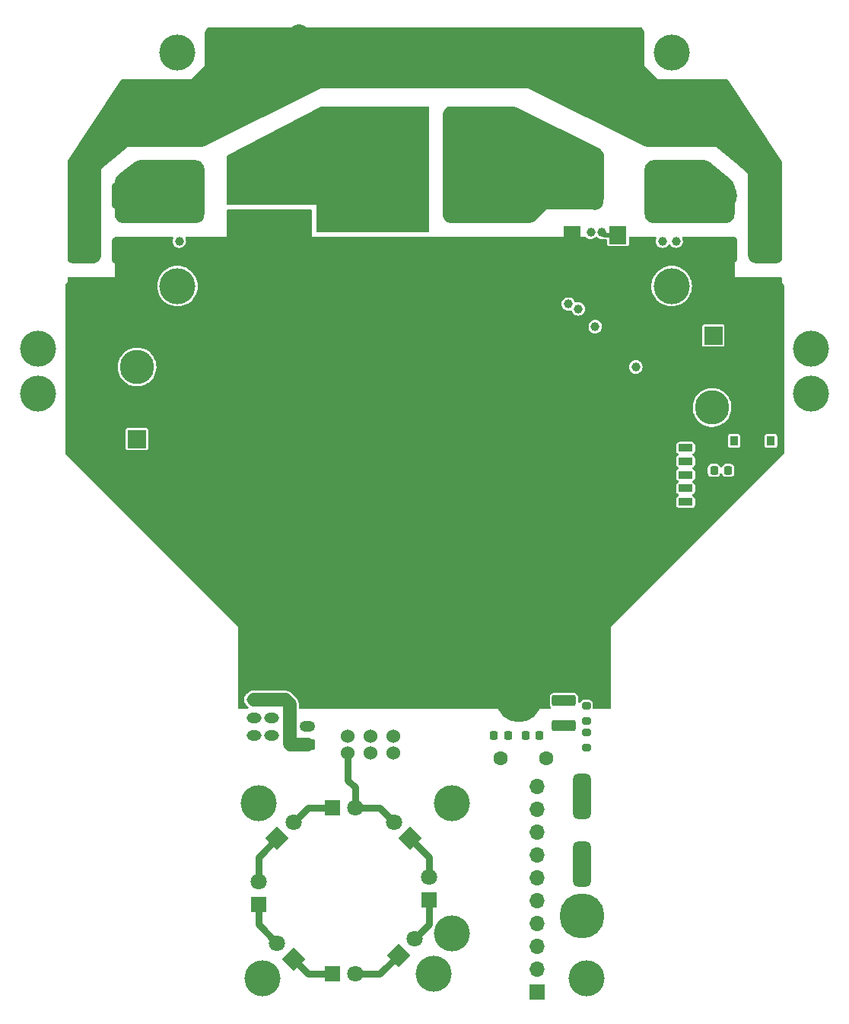
<source format=gbr>
G04 #@! TF.GenerationSoftware,KiCad,Pcbnew,(6.0.8)*
G04 #@! TF.CreationDate,2022-11-30T08:40:48+09:00*
G04 #@! TF.ProjectId,ORION_boost_v3,4f52494f-4e5f-4626-9f6f-73745f76332e,rev?*
G04 #@! TF.SameCoordinates,Original*
G04 #@! TF.FileFunction,Copper,L1,Top*
G04 #@! TF.FilePolarity,Positive*
%FSLAX46Y46*%
G04 Gerber Fmt 4.6, Leading zero omitted, Abs format (unit mm)*
G04 Created by KiCad (PCBNEW (6.0.8)) date 2022-11-30 08:40:48*
%MOMM*%
%LPD*%
G01*
G04 APERTURE LIST*
G04 Aperture macros list*
%AMRoundRect*
0 Rectangle with rounded corners*
0 $1 Rounding radius*
0 $2 $3 $4 $5 $6 $7 $8 $9 X,Y pos of 4 corners*
0 Add a 4 corners polygon primitive as box body*
4,1,4,$2,$3,$4,$5,$6,$7,$8,$9,$2,$3,0*
0 Add four circle primitives for the rounded corners*
1,1,$1+$1,$2,$3*
1,1,$1+$1,$4,$5*
1,1,$1+$1,$6,$7*
1,1,$1+$1,$8,$9*
0 Add four rect primitives between the rounded corners*
20,1,$1+$1,$2,$3,$4,$5,0*
20,1,$1+$1,$4,$5,$6,$7,0*
20,1,$1+$1,$6,$7,$8,$9,0*
20,1,$1+$1,$8,$9,$2,$3,0*%
%AMRotRect*
0 Rectangle, with rotation*
0 The origin of the aperture is its center*
0 $1 length*
0 $2 width*
0 $3 Rotation angle, in degrees counterclockwise*
0 Add horizontal line*
21,1,$1,$2,0,0,$3*%
G04 Aperture macros list end*
G04 #@! TA.AperFunction,ComponentPad*
%ADD10RoundRect,0.250000X-0.980000X-1.150000X0.980000X-1.150000X0.980000X1.150000X-0.980000X1.150000X0*%
G04 #@! TD*
G04 #@! TA.AperFunction,ComponentPad*
%ADD11O,2.460000X2.800000*%
G04 #@! TD*
G04 #@! TA.AperFunction,ComponentPad*
%ADD12R,3.800000X3.800000*%
G04 #@! TD*
G04 #@! TA.AperFunction,ComponentPad*
%ADD13C,3.800000*%
G04 #@! TD*
G04 #@! TA.AperFunction,ComponentPad*
%ADD14C,1.524000*%
G04 #@! TD*
G04 #@! TA.AperFunction,ComponentPad*
%ADD15RoundRect,0.250000X-0.575000X0.350000X-0.575000X-0.350000X0.575000X-0.350000X0.575000X0.350000X0*%
G04 #@! TD*
G04 #@! TA.AperFunction,ComponentPad*
%ADD16O,1.650000X1.200000*%
G04 #@! TD*
G04 #@! TA.AperFunction,SMDPad,CuDef*
%ADD17R,5.800000X6.400000*%
G04 #@! TD*
G04 #@! TA.AperFunction,SMDPad,CuDef*
%ADD18R,1.200000X2.200000*%
G04 #@! TD*
G04 #@! TA.AperFunction,SMDPad,CuDef*
%ADD19RoundRect,0.200000X-0.275000X0.200000X-0.275000X-0.200000X0.275000X-0.200000X0.275000X0.200000X0*%
G04 #@! TD*
G04 #@! TA.AperFunction,ComponentPad*
%ADD20C,1.600000*%
G04 #@! TD*
G04 #@! TA.AperFunction,ComponentPad*
%ADD21R,1.700000X1.700000*%
G04 #@! TD*
G04 #@! TA.AperFunction,ComponentPad*
%ADD22O,1.700000X1.700000*%
G04 #@! TD*
G04 #@! TA.AperFunction,SMDPad,CuDef*
%ADD23RoundRect,0.250000X1.075000X-0.375000X1.075000X0.375000X-1.075000X0.375000X-1.075000X-0.375000X0*%
G04 #@! TD*
G04 #@! TA.AperFunction,ComponentPad*
%ADD24C,5.000000*%
G04 #@! TD*
G04 #@! TA.AperFunction,SMDPad,CuDef*
%ADD25RoundRect,0.218750X0.218750X0.256250X-0.218750X0.256250X-0.218750X-0.256250X0.218750X-0.256250X0*%
G04 #@! TD*
G04 #@! TA.AperFunction,SMDPad,CuDef*
%ADD26RoundRect,0.218750X-0.218750X-0.256250X0.218750X-0.256250X0.218750X0.256250X-0.218750X0.256250X0*%
G04 #@! TD*
G04 #@! TA.AperFunction,ComponentPad*
%ADD27RoundRect,0.500000X-0.500000X2.000000X-0.500000X-2.000000X0.500000X-2.000000X0.500000X2.000000X0*%
G04 #@! TD*
G04 #@! TA.AperFunction,ComponentPad*
%ADD28R,2.000000X2.000000*%
G04 #@! TD*
G04 #@! TA.AperFunction,ComponentPad*
%ADD29C,2.000000*%
G04 #@! TD*
G04 #@! TA.AperFunction,ComponentPad*
%ADD30RoundRect,0.250000X0.980000X1.150000X-0.980000X1.150000X-0.980000X-1.150000X0.980000X-1.150000X0*%
G04 #@! TD*
G04 #@! TA.AperFunction,ComponentPad*
%ADD31RoundRect,0.225000X0.575000X-0.225000X0.575000X0.225000X-0.575000X0.225000X-0.575000X-0.225000X0*%
G04 #@! TD*
G04 #@! TA.AperFunction,ComponentPad*
%ADD32RoundRect,0.250000X0.625000X-0.350000X0.625000X0.350000X-0.625000X0.350000X-0.625000X-0.350000X0*%
G04 #@! TD*
G04 #@! TA.AperFunction,ComponentPad*
%ADD33O,1.750000X1.200000*%
G04 #@! TD*
G04 #@! TA.AperFunction,SMDPad,CuDef*
%ADD34R,0.900000X1.000000*%
G04 #@! TD*
G04 #@! TA.AperFunction,ComponentPad*
%ADD35RotRect,1.800000X1.800000X45.000000*%
G04 #@! TD*
G04 #@! TA.AperFunction,ComponentPad*
%ADD36C,1.800000*%
G04 #@! TD*
G04 #@! TA.AperFunction,ComponentPad*
%ADD37R,1.800000X1.800000*%
G04 #@! TD*
G04 #@! TA.AperFunction,ComponentPad*
%ADD38R,1.905000X2.000000*%
G04 #@! TD*
G04 #@! TA.AperFunction,ComponentPad*
%ADD39O,1.905000X2.000000*%
G04 #@! TD*
G04 #@! TA.AperFunction,ComponentPad*
%ADD40C,2.200000*%
G04 #@! TD*
G04 #@! TA.AperFunction,ComponentPad*
%ADD41RotRect,1.800000X1.800000X135.000000*%
G04 #@! TD*
G04 #@! TA.AperFunction,ViaPad*
%ADD42C,4.000000*%
G04 #@! TD*
G04 #@! TA.AperFunction,ViaPad*
%ADD43C,1.000000*%
G04 #@! TD*
G04 #@! TA.AperFunction,Conductor*
%ADD44C,0.800000*%
G04 #@! TD*
G04 #@! TA.AperFunction,Conductor*
%ADD45C,0.500000*%
G04 #@! TD*
G04 #@! TA.AperFunction,Conductor*
%ADD46C,1.500000*%
G04 #@! TD*
G04 APERTURE END LIST*
D10*
X158520000Y-74950000D03*
D11*
X162480000Y-74950000D03*
D12*
X88000000Y-88000000D03*
D13*
X93000000Y-88000000D03*
D14*
X121540000Y-130951000D03*
X119000000Y-130951000D03*
X116460000Y-130951000D03*
D15*
X108000000Y-123000000D03*
D16*
X106000000Y-123000000D03*
X108000000Y-125000000D03*
X106000000Y-125000000D03*
X108000000Y-127000000D03*
X106000000Y-127000000D03*
X108000000Y-129000000D03*
X106000000Y-129000000D03*
D17*
X153000000Y-59900000D03*
D18*
X155280000Y-66200000D03*
X150720000Y-66200000D03*
D19*
X143000000Y-125675000D03*
X143000000Y-127325000D03*
X143000000Y-128675000D03*
X143000000Y-130325000D03*
D20*
X133500000Y-131500000D03*
X138500000Y-131500000D03*
D21*
X137500000Y-157500000D03*
D22*
X137500000Y-154960000D03*
X137500000Y-152420000D03*
X137500000Y-149880000D03*
X137500000Y-147340000D03*
X137500000Y-144800000D03*
X137500000Y-142260000D03*
X137500000Y-139720000D03*
X137500000Y-137180000D03*
X137500000Y-134640000D03*
D23*
X140500000Y-127900000D03*
X140500000Y-125100000D03*
D24*
X142500000Y-149000000D03*
D25*
X137787500Y-129000000D03*
X136212500Y-129000000D03*
D12*
X162000000Y-92500000D03*
D13*
X157000000Y-92500000D03*
D26*
X157212500Y-99500000D03*
X158787500Y-99500000D03*
D27*
X142500000Y-135750000D03*
X142500000Y-143250000D03*
D26*
X132712500Y-129000000D03*
X134287500Y-129000000D03*
D24*
X135500000Y-125000000D03*
D28*
X157132323Y-84500000D03*
D29*
X162132323Y-84500000D03*
D30*
X91480000Y-75050000D03*
D11*
X87520000Y-75050000D03*
D28*
X93000000Y-96000000D03*
D29*
X88000000Y-96000000D03*
D17*
X97000000Y-59900000D03*
D18*
X99280000Y-66200000D03*
X94720000Y-66200000D03*
D31*
X154050000Y-104500000D03*
X154050000Y-103000000D03*
X154050000Y-101500000D03*
X154050000Y-100000000D03*
X154050000Y-98500000D03*
X154050000Y-97000000D03*
D14*
X116460000Y-129049000D03*
X119000000Y-129049000D03*
X121540000Y-129049000D03*
D32*
X111950000Y-130000000D03*
D33*
X111950000Y-128000000D03*
D34*
X163550000Y-96200000D03*
X159450000Y-96200000D03*
X163550000Y-97800000D03*
X159450000Y-97800000D03*
D35*
X108598439Y-140401561D03*
D36*
X110394490Y-138605510D03*
D30*
X91480000Y-68950000D03*
D11*
X87520000Y-68950000D03*
D37*
X106500000Y-147775000D03*
D36*
X106500000Y-145235000D03*
D35*
X122098439Y-153401561D03*
D36*
X123894490Y-151605510D03*
D38*
X146540000Y-73310000D03*
D39*
X144000000Y-69500000D03*
D38*
X141460000Y-73310000D03*
D37*
X114725000Y-137000000D03*
D36*
X117265000Y-137000000D03*
D37*
X125500000Y-147275000D03*
D36*
X125500000Y-144735000D03*
D40*
X111000000Y-51000000D03*
X111000000Y-66000000D03*
D30*
X162480000Y-68950000D03*
D11*
X158520000Y-68950000D03*
D41*
X123401561Y-140401561D03*
D36*
X121605510Y-138605510D03*
D41*
X110401561Y-153901561D03*
D36*
X108605510Y-152105510D03*
D37*
X114725000Y-155500000D03*
D36*
X117265000Y-155500000D03*
D42*
X107000000Y-156000000D03*
X168000000Y-86000000D03*
X97500000Y-79000000D03*
X82000000Y-91000000D03*
X82000000Y-86000000D03*
X97500000Y-53000000D03*
X168000000Y-91000000D03*
X143000000Y-156000000D03*
X152500000Y-79000000D03*
X128000000Y-151000000D03*
X152500000Y-53000000D03*
X106500000Y-136500000D03*
X126000000Y-155500000D03*
X128000000Y-136500000D03*
D43*
X104500000Y-71000000D03*
X105500000Y-71000000D03*
X109500000Y-71000000D03*
X103500000Y-71000000D03*
X107500000Y-71000000D03*
X110500000Y-71000000D03*
X108500000Y-71000000D03*
X106500000Y-71000000D03*
X111500000Y-71000000D03*
X141000000Y-81000000D03*
X143500000Y-73000000D03*
X151500000Y-74000000D03*
X144000000Y-83500000D03*
X109500000Y-68000000D03*
X121500000Y-72500000D03*
X112000000Y-60500000D03*
X104500000Y-68000000D03*
X105500000Y-68000000D03*
X124500000Y-72500000D03*
X103500000Y-68000000D03*
X106500000Y-68000000D03*
X110500000Y-68000000D03*
X112000000Y-63500000D03*
X115500000Y-72500000D03*
X118500000Y-72500000D03*
X112000000Y-64500000D03*
X112500000Y-68000000D03*
X120000000Y-72500000D03*
X111500000Y-68000000D03*
X117000000Y-72500000D03*
X114000000Y-72500000D03*
X123000000Y-72500000D03*
X108500000Y-68000000D03*
X107500000Y-68000000D03*
X112000000Y-62500000D03*
X112000000Y-61500000D03*
X139500000Y-62500000D03*
X141500000Y-63000000D03*
X137000000Y-70000000D03*
X143000000Y-64000000D03*
X144500000Y-66000000D03*
X127500000Y-69000000D03*
X140000000Y-70000000D03*
X127500000Y-64500000D03*
X144500000Y-67500000D03*
X132500000Y-70000000D03*
X144500000Y-64500000D03*
X135500000Y-70000000D03*
X127500000Y-66000000D03*
X127500000Y-61500000D03*
X134000000Y-70000000D03*
X141500000Y-70000000D03*
X127500000Y-60000000D03*
X127500000Y-63000000D03*
X138500000Y-70000000D03*
X127500000Y-67500000D03*
X142124500Y-81536434D03*
X144699503Y-73000000D03*
X96000000Y-74000000D03*
X153000000Y-74000000D03*
X148500000Y-88000000D03*
X97699503Y-74000000D03*
D44*
X117265000Y-134765000D02*
X116460000Y-133960000D01*
X117265000Y-137000000D02*
X120000000Y-137000000D01*
X116460000Y-133960000D02*
X116460000Y-130951000D01*
X120000000Y-137000000D02*
X121605510Y-138605510D01*
X117265000Y-137000000D02*
X117265000Y-134765000D01*
D45*
X145009503Y-73310000D02*
X146540000Y-73310000D01*
X144699503Y-73000000D02*
X145009503Y-73310000D01*
D46*
X111950000Y-130000000D02*
X110132969Y-130000000D01*
X110000000Y-129867031D02*
X110000000Y-125500000D01*
X110000000Y-125500000D02*
X109500000Y-125000000D01*
X110132969Y-130000000D02*
X110000000Y-129867031D01*
X109500000Y-125000000D02*
X106000000Y-125000000D01*
D44*
X110394490Y-138605510D02*
X112000000Y-137000000D01*
X112000000Y-137000000D02*
X114725000Y-137000000D01*
X106500000Y-145235000D02*
X106500000Y-142500000D01*
X106500000Y-142500000D02*
X108598439Y-140401561D01*
X106500000Y-150000000D02*
X108605510Y-152105510D01*
X106500000Y-147775000D02*
X106500000Y-150000000D01*
X114725000Y-155500000D02*
X112000000Y-155500000D01*
X112000000Y-155500000D02*
X110401561Y-153901561D01*
X125500000Y-144735000D02*
X125500000Y-142500000D01*
X125500000Y-142500000D02*
X123401561Y-140401561D01*
X125500000Y-150000000D02*
X123894490Y-151605510D01*
X125500000Y-147275000D02*
X125500000Y-150000000D01*
X120000000Y-155500000D02*
X117265000Y-155500000D01*
X122098439Y-153401561D02*
X120000000Y-155500000D01*
G04 #@! TA.AperFunction,Conductor*
G36*
X125442121Y-59020002D02*
G01*
X125488614Y-59073658D01*
X125500000Y-59126000D01*
X125500000Y-72874000D01*
X125479998Y-72942121D01*
X125426342Y-72988614D01*
X125374000Y-73000000D01*
X113126000Y-73000000D01*
X113057879Y-72979998D01*
X113011386Y-72926342D01*
X113000000Y-72874000D01*
X113000000Y-70000000D01*
X103126000Y-70000000D01*
X103057879Y-69979998D01*
X103011386Y-69926342D01*
X103000000Y-69874000D01*
X103000000Y-64576240D01*
X103020002Y-64508119D01*
X103067535Y-64464625D01*
X113472538Y-59014385D01*
X113531003Y-59000000D01*
X125374000Y-59000000D01*
X125442121Y-59020002D01*
G37*
G04 #@! TD.AperFunction*
G04 #@! TA.AperFunction,Conductor*
G36*
X99506163Y-65000607D02*
G01*
X99682740Y-65017999D01*
X99706957Y-65022815D01*
X99870809Y-65072518D01*
X99893629Y-65081971D01*
X100044631Y-65162683D01*
X100065158Y-65176399D01*
X100197521Y-65285026D01*
X100214974Y-65302479D01*
X100323601Y-65434842D01*
X100337319Y-65455372D01*
X100418029Y-65606371D01*
X100427482Y-65629190D01*
X100477185Y-65793043D01*
X100482002Y-65817263D01*
X100499393Y-65993837D01*
X100500000Y-66006187D01*
X100500000Y-70993813D01*
X100499393Y-71006163D01*
X100482002Y-71182737D01*
X100477185Y-71206957D01*
X100427482Y-71370809D01*
X100418029Y-71393629D01*
X100337319Y-71544628D01*
X100323601Y-71565158D01*
X100214974Y-71697521D01*
X100197521Y-71714974D01*
X100065158Y-71823601D01*
X100044631Y-71837317D01*
X99952417Y-71886607D01*
X99893629Y-71918029D01*
X99870810Y-71927482D01*
X99706957Y-71977185D01*
X99682740Y-71982001D01*
X99506163Y-71999393D01*
X99493813Y-72000000D01*
X97798373Y-72000000D01*
X97787501Y-71999530D01*
X97785919Y-71999393D01*
X97731006Y-71994637D01*
X97726571Y-71994881D01*
X97726567Y-71994881D01*
X97637011Y-71999810D01*
X97630087Y-72000000D01*
X96098870Y-72000000D01*
X96087998Y-71999530D01*
X96086416Y-71999393D01*
X96031503Y-71994637D01*
X96027068Y-71994881D01*
X96027064Y-71994881D01*
X95937508Y-71999810D01*
X95930584Y-72000000D01*
X91506187Y-72000000D01*
X91493837Y-71999393D01*
X91317260Y-71982001D01*
X91293043Y-71977185D01*
X91129190Y-71927482D01*
X91106371Y-71918029D01*
X91047583Y-71886607D01*
X90955369Y-71837317D01*
X90934842Y-71823601D01*
X90802479Y-71714974D01*
X90785026Y-71697521D01*
X90676399Y-71565158D01*
X90662681Y-71544628D01*
X90581971Y-71393629D01*
X90572518Y-71370809D01*
X90522815Y-71206957D01*
X90517998Y-71182737D01*
X90500607Y-71006163D01*
X90500000Y-70993813D01*
X90500000Y-67487684D01*
X90500790Y-67473601D01*
X90523402Y-67272565D01*
X90529659Y-67245101D01*
X90594024Y-67060816D01*
X90606225Y-67035430D01*
X90709919Y-66870048D01*
X90727455Y-66848006D01*
X90870318Y-66704756D01*
X90880818Y-66695346D01*
X91750000Y-66000000D01*
X92720547Y-65223562D01*
X92732086Y-65215350D01*
X92903932Y-65107064D01*
X92929398Y-65094768D01*
X93114333Y-65029896D01*
X93141896Y-65023590D01*
X93343732Y-65000796D01*
X93357873Y-65000000D01*
X99493813Y-65000000D01*
X99506163Y-65000607D01*
G37*
G04 #@! TD.AperFunction*
G04 #@! TA.AperFunction,Conductor*
G36*
X149178488Y-50270502D02*
G01*
X149190300Y-50279101D01*
X149197516Y-50285023D01*
X149214979Y-50302485D01*
X149323601Y-50434842D01*
X149337319Y-50455372D01*
X149418029Y-50606371D01*
X149427482Y-50629190D01*
X149477185Y-50793043D01*
X149482002Y-50817263D01*
X149499393Y-50993837D01*
X149500000Y-51006187D01*
X149500000Y-54500000D01*
X151000000Y-56000000D01*
X158458618Y-56000000D01*
X158470981Y-56000608D01*
X158647748Y-56018037D01*
X158672002Y-56022867D01*
X158681705Y-56025814D01*
X158741073Y-56064750D01*
X158749926Y-56076484D01*
X164728338Y-65044102D01*
X164749500Y-65113994D01*
X164749500Y-76110367D01*
X164729498Y-76178488D01*
X164720899Y-76190300D01*
X164714977Y-76197516D01*
X164697515Y-76214979D01*
X164565158Y-76323601D01*
X164544631Y-76337317D01*
X164452417Y-76386607D01*
X164393629Y-76418029D01*
X164370810Y-76427482D01*
X164206957Y-76477185D01*
X164182740Y-76482001D01*
X164006163Y-76499393D01*
X163993813Y-76500000D01*
X162006187Y-76500000D01*
X161993837Y-76499393D01*
X161817260Y-76482001D01*
X161793043Y-76477185D01*
X161629190Y-76427482D01*
X161606371Y-76418029D01*
X161547583Y-76386607D01*
X161455369Y-76337317D01*
X161434842Y-76323601D01*
X161302479Y-76214974D01*
X161285026Y-76197521D01*
X161176399Y-76065158D01*
X161162681Y-76044628D01*
X161081971Y-75893629D01*
X161072518Y-75870809D01*
X161022815Y-75706957D01*
X161017998Y-75682737D01*
X161000607Y-75506163D01*
X161000000Y-75493813D01*
X161000000Y-66500000D01*
X159603239Y-65302776D01*
X157780867Y-63740743D01*
X157780866Y-63740742D01*
X157500000Y-63500000D01*
X149743383Y-63500000D01*
X149728811Y-63499154D01*
X149520884Y-63474944D01*
X149492523Y-63468250D01*
X149295718Y-63396915D01*
X149282320Y-63391160D01*
X136500000Y-57000000D01*
X113500000Y-57000000D01*
X100717680Y-63391160D01*
X100704282Y-63396915D01*
X100507477Y-63468250D01*
X100479116Y-63474944D01*
X100271189Y-63499154D01*
X100256617Y-63500000D01*
X92000000Y-63500000D01*
X89000000Y-66000000D01*
X89000000Y-75493813D01*
X88999393Y-75506163D01*
X88982002Y-75682737D01*
X88977185Y-75706957D01*
X88927482Y-75870809D01*
X88918029Y-75893629D01*
X88837319Y-76044628D01*
X88823601Y-76065158D01*
X88714974Y-76197521D01*
X88697521Y-76214974D01*
X88565158Y-76323601D01*
X88544631Y-76337317D01*
X88452417Y-76386607D01*
X88393629Y-76418029D01*
X88370810Y-76427482D01*
X88206957Y-76477185D01*
X88182740Y-76482001D01*
X88006163Y-76499393D01*
X87993813Y-76500000D01*
X86006187Y-76500000D01*
X85993837Y-76499393D01*
X85817260Y-76482001D01*
X85793043Y-76477185D01*
X85629190Y-76427482D01*
X85606371Y-76418029D01*
X85547583Y-76386607D01*
X85455369Y-76337317D01*
X85434842Y-76323601D01*
X85302485Y-76214979D01*
X85285023Y-76197516D01*
X85279101Y-76190300D01*
X85251347Y-76124953D01*
X85250500Y-76110367D01*
X85250500Y-65113994D01*
X85271662Y-65044102D01*
X87752791Y-61322409D01*
X91250075Y-56076483D01*
X91304504Y-56030898D01*
X91318304Y-56025811D01*
X91328006Y-56022865D01*
X91352252Y-56018037D01*
X91529019Y-56000608D01*
X91541382Y-56000000D01*
X99000000Y-56000000D01*
X100500000Y-54500000D01*
X100500000Y-51006187D01*
X100500607Y-50993837D01*
X100517998Y-50817263D01*
X100522815Y-50793043D01*
X100572518Y-50629190D01*
X100581971Y-50606371D01*
X100662681Y-50455372D01*
X100676399Y-50434842D01*
X100785021Y-50302485D01*
X100802484Y-50285023D01*
X100809700Y-50279101D01*
X100875047Y-50251347D01*
X100889633Y-50250500D01*
X149110367Y-50250500D01*
X149178488Y-50270502D01*
G37*
G04 #@! TD.AperFunction*
G04 #@! TA.AperFunction,Conductor*
G36*
X156145206Y-65000844D02*
G01*
X156352909Y-65025002D01*
X156381245Y-65031684D01*
X156570946Y-65100365D01*
X156596986Y-65113368D01*
X156772028Y-65227788D01*
X156783745Y-65236455D01*
X159134875Y-67195730D01*
X159144971Y-67205125D01*
X159282193Y-67347619D01*
X159299014Y-67369426D01*
X159398381Y-67532398D01*
X159410056Y-67557324D01*
X159471645Y-67738002D01*
X159477626Y-67764877D01*
X159499245Y-67961508D01*
X159500000Y-67975278D01*
X159500000Y-70993813D01*
X159499393Y-71006163D01*
X159482002Y-71182737D01*
X159477185Y-71206957D01*
X159427482Y-71370809D01*
X159418029Y-71393629D01*
X159337319Y-71544628D01*
X159323601Y-71565158D01*
X159214974Y-71697521D01*
X159197521Y-71714974D01*
X159065158Y-71823601D01*
X159044631Y-71837317D01*
X158952417Y-71886607D01*
X158893629Y-71918029D01*
X158870810Y-71927482D01*
X158706957Y-71977185D01*
X158682740Y-71982001D01*
X158506163Y-71999393D01*
X158493813Y-72000000D01*
X153098870Y-72000000D01*
X153087998Y-71999530D01*
X153086416Y-71999393D01*
X153031503Y-71994637D01*
X153027068Y-71994881D01*
X153027064Y-71994881D01*
X152937508Y-71999810D01*
X152930584Y-72000000D01*
X151598870Y-72000000D01*
X151587998Y-71999530D01*
X151586416Y-71999393D01*
X151531503Y-71994637D01*
X151527068Y-71994881D01*
X151527064Y-71994881D01*
X151437508Y-71999810D01*
X151430584Y-72000000D01*
X150506187Y-72000000D01*
X150493837Y-71999393D01*
X150317260Y-71982001D01*
X150293043Y-71977185D01*
X150129190Y-71927482D01*
X150106371Y-71918029D01*
X150047583Y-71886607D01*
X149955369Y-71837317D01*
X149934842Y-71823601D01*
X149802479Y-71714974D01*
X149785026Y-71697521D01*
X149676399Y-71565158D01*
X149662681Y-71544628D01*
X149581971Y-71393629D01*
X149572518Y-71370809D01*
X149522815Y-71206957D01*
X149517998Y-71182737D01*
X149500607Y-71006163D01*
X149500000Y-70993813D01*
X149500000Y-66006187D01*
X149500607Y-65993837D01*
X149517998Y-65817263D01*
X149522815Y-65793043D01*
X149572518Y-65629190D01*
X149581971Y-65606371D01*
X149662681Y-65455372D01*
X149676399Y-65434842D01*
X149785026Y-65302479D01*
X149802479Y-65285026D01*
X149934842Y-65176399D01*
X149955369Y-65162683D01*
X150106371Y-65081971D01*
X150129191Y-65072518D01*
X150293043Y-65022815D01*
X150317260Y-65017999D01*
X150493837Y-65000607D01*
X150506187Y-65000000D01*
X156130649Y-65000000D01*
X156145206Y-65000844D01*
G37*
G04 #@! TD.AperFunction*
G04 #@! TA.AperFunction,Conductor*
G36*
X134771189Y-59000846D02*
G01*
X134979116Y-59025056D01*
X135007477Y-59031750D01*
X135204282Y-59103085D01*
X135217680Y-59108840D01*
X144442023Y-63721012D01*
X144452140Y-63726668D01*
X144593831Y-63814695D01*
X144612335Y-63828709D01*
X144731145Y-63937288D01*
X144746767Y-63954463D01*
X144843633Y-64082991D01*
X144855839Y-64102740D01*
X144927482Y-64246866D01*
X144935857Y-64268521D01*
X144979838Y-64423341D01*
X144984098Y-64446164D01*
X144999464Y-64612241D01*
X145000000Y-64623849D01*
X145000000Y-69079599D01*
X144999393Y-69091949D01*
X144982002Y-69268524D01*
X144977185Y-69292744D01*
X144927482Y-69456596D01*
X144918029Y-69479416D01*
X144837320Y-69630412D01*
X144823597Y-69650950D01*
X144711029Y-69788114D01*
X144702725Y-69797275D01*
X144297275Y-70202725D01*
X144288114Y-70211029D01*
X144150950Y-70323597D01*
X144130412Y-70337320D01*
X143979416Y-70418029D01*
X143956597Y-70427482D01*
X143792744Y-70477185D01*
X143768527Y-70482001D01*
X143591949Y-70499393D01*
X143579599Y-70500000D01*
X138500000Y-70500000D01*
X137297275Y-71702725D01*
X137288114Y-71711029D01*
X137150950Y-71823597D01*
X137130412Y-71837320D01*
X136979416Y-71918029D01*
X136956597Y-71927482D01*
X136792744Y-71977185D01*
X136768527Y-71982001D01*
X136591949Y-71999393D01*
X136579599Y-72000000D01*
X128006187Y-72000000D01*
X127993837Y-71999393D01*
X127817260Y-71982001D01*
X127793043Y-71977185D01*
X127629190Y-71927482D01*
X127606371Y-71918029D01*
X127547583Y-71886607D01*
X127455369Y-71837317D01*
X127434842Y-71823601D01*
X127302479Y-71714974D01*
X127285026Y-71697521D01*
X127176399Y-71565158D01*
X127162681Y-71544628D01*
X127081971Y-71393629D01*
X127072518Y-71370809D01*
X127022815Y-71206957D01*
X127017998Y-71182737D01*
X127000607Y-71006163D01*
X127000000Y-70993813D01*
X127000000Y-60006187D01*
X127000607Y-59993837D01*
X127017998Y-59817263D01*
X127022815Y-59793043D01*
X127072518Y-59629190D01*
X127081971Y-59606371D01*
X127162681Y-59455372D01*
X127176399Y-59434842D01*
X127285026Y-59302479D01*
X127302479Y-59285026D01*
X127434842Y-59176399D01*
X127455369Y-59162683D01*
X127606371Y-59081971D01*
X127629191Y-59072518D01*
X127793043Y-59022815D01*
X127817260Y-59017999D01*
X127993837Y-59000607D01*
X128006187Y-59000000D01*
X134756617Y-59000000D01*
X134771189Y-59000846D01*
G37*
G04 #@! TD.AperFunction*
G04 #@! TA.AperFunction,Conductor*
G36*
X112442121Y-70520002D02*
G01*
X112488614Y-70573658D01*
X112500000Y-70626000D01*
X112500000Y-73500000D01*
X142885984Y-73500000D01*
X142954105Y-73520002D01*
X142976620Y-73538472D01*
X143018586Y-73581929D01*
X143024483Y-73585788D01*
X143153577Y-73670266D01*
X143153581Y-73670268D01*
X143159475Y-73674125D01*
X143317289Y-73732815D01*
X143324270Y-73733746D01*
X143324272Y-73733747D01*
X143369812Y-73739823D01*
X143484183Y-73755083D01*
X143491194Y-73754445D01*
X143491198Y-73754445D01*
X143644843Y-73740462D01*
X143651864Y-73739823D01*
X143658566Y-73737645D01*
X143658568Y-73737645D01*
X143805298Y-73689970D01*
X143805301Y-73689969D01*
X143811997Y-73687793D01*
X143956623Y-73601578D01*
X143961718Y-73596726D01*
X143961726Y-73596720D01*
X144012106Y-73548744D01*
X144075231Y-73516252D01*
X144145902Y-73523046D01*
X144189634Y-73552463D01*
X144218089Y-73581929D01*
X144223986Y-73585788D01*
X144353080Y-73670266D01*
X144353084Y-73670268D01*
X144358978Y-73674125D01*
X144516792Y-73732815D01*
X144523773Y-73733746D01*
X144523775Y-73733747D01*
X144569315Y-73739823D01*
X144683686Y-73755083D01*
X144725127Y-73751311D01*
X144780777Y-73758811D01*
X144810241Y-73769857D01*
X144819553Y-73773780D01*
X144861666Y-73793553D01*
X144870539Y-73794935D01*
X144874161Y-73796042D01*
X144888831Y-73799891D01*
X144892520Y-73800702D01*
X144900922Y-73803852D01*
X144909867Y-73804517D01*
X144909877Y-73804519D01*
X144947331Y-73807302D01*
X144957358Y-73808452D01*
X144970512Y-73810500D01*
X144985706Y-73810500D01*
X144995044Y-73810846D01*
X145043894Y-73814476D01*
X145052670Y-73812603D01*
X145061627Y-73811992D01*
X145061627Y-73811998D01*
X145075820Y-73810500D01*
X145211000Y-73810500D01*
X145279121Y-73830502D01*
X145325614Y-73884158D01*
X145337000Y-73936500D01*
X145337000Y-74334674D01*
X145351534Y-74407740D01*
X145406899Y-74490601D01*
X145489760Y-74545966D01*
X145562826Y-74560500D01*
X147517174Y-74560500D01*
X147590240Y-74545966D01*
X147673101Y-74490601D01*
X147728466Y-74407740D01*
X147743000Y-74334674D01*
X147743000Y-73626000D01*
X147763002Y-73557879D01*
X147816658Y-73511386D01*
X147869000Y-73500000D01*
X150703329Y-73500000D01*
X150771450Y-73520002D01*
X150817943Y-73573658D01*
X150828047Y-73643932D01*
X150821731Y-73669091D01*
X150765927Y-73822409D01*
X150744825Y-73989455D01*
X150745512Y-73996462D01*
X150745512Y-73996465D01*
X150748311Y-74025010D01*
X150761255Y-74157025D01*
X150814402Y-74316791D01*
X150818049Y-74322813D01*
X150818050Y-74322815D01*
X150869483Y-74407740D01*
X150901624Y-74460812D01*
X150906513Y-74465875D01*
X150906514Y-74465876D01*
X150941043Y-74501631D01*
X151018586Y-74581929D01*
X151024483Y-74585788D01*
X151153577Y-74670266D01*
X151153581Y-74670268D01*
X151159475Y-74674125D01*
X151317289Y-74732815D01*
X151324270Y-74733746D01*
X151324272Y-74733747D01*
X151369812Y-74739823D01*
X151484183Y-74755083D01*
X151491194Y-74754445D01*
X151491198Y-74754445D01*
X151644843Y-74740462D01*
X151651864Y-74739823D01*
X151658566Y-74737645D01*
X151658568Y-74737645D01*
X151805298Y-74689970D01*
X151805301Y-74689969D01*
X151811997Y-74687793D01*
X151956623Y-74601578D01*
X151961717Y-74596727D01*
X151961721Y-74596724D01*
X152073454Y-74490322D01*
X152073455Y-74490320D01*
X152078554Y-74485465D01*
X152094934Y-74460812D01*
X152138281Y-74395569D01*
X152145503Y-74384699D01*
X152199861Y-74339029D01*
X152270280Y-74329997D01*
X152334404Y-74360471D01*
X152358227Y-74389155D01*
X152401624Y-74460812D01*
X152406513Y-74465875D01*
X152406514Y-74465876D01*
X152441043Y-74501631D01*
X152518586Y-74581929D01*
X152524483Y-74585788D01*
X152653577Y-74670266D01*
X152653581Y-74670268D01*
X152659475Y-74674125D01*
X152817289Y-74732815D01*
X152824270Y-74733746D01*
X152824272Y-74733747D01*
X152869812Y-74739823D01*
X152984183Y-74755083D01*
X152991194Y-74754445D01*
X152991198Y-74754445D01*
X153144843Y-74740462D01*
X153151864Y-74739823D01*
X153158566Y-74737645D01*
X153158568Y-74737645D01*
X153305298Y-74689970D01*
X153305301Y-74689969D01*
X153311997Y-74687793D01*
X153456623Y-74601578D01*
X153461717Y-74596727D01*
X153461721Y-74596724D01*
X153573454Y-74490322D01*
X153573455Y-74490320D01*
X153578554Y-74485465D01*
X153594934Y-74460812D01*
X153638281Y-74395569D01*
X153671731Y-74345223D01*
X153731521Y-74187823D01*
X153745259Y-74090072D01*
X153754404Y-74025010D01*
X153754404Y-74025006D01*
X153754955Y-74021088D01*
X153755249Y-74000000D01*
X153749091Y-73945098D01*
X153737266Y-73839672D01*
X153737265Y-73839669D01*
X153736481Y-73832676D01*
X153681108Y-73673668D01*
X153682314Y-73673248D01*
X153672087Y-73610368D01*
X153700386Y-73545255D01*
X153759395Y-73505778D01*
X153797114Y-73500000D01*
X159374000Y-73500000D01*
X159442121Y-73520002D01*
X159488614Y-73573658D01*
X159500000Y-73626000D01*
X159500000Y-78000000D01*
X164623500Y-78000000D01*
X164691621Y-78020002D01*
X164738114Y-78073658D01*
X164749500Y-78126000D01*
X164749500Y-78462915D01*
X164747079Y-78487496D01*
X164744592Y-78500000D01*
X164764034Y-78597741D01*
X164783943Y-78627536D01*
X164819399Y-78680601D01*
X164829714Y-78687493D01*
X164829716Y-78687495D01*
X164830005Y-78687688D01*
X164849098Y-78703358D01*
X164963095Y-78817355D01*
X164997121Y-78879667D01*
X165000000Y-78906450D01*
X165000000Y-97593550D01*
X164979998Y-97661671D01*
X164963095Y-97682645D01*
X145849098Y-116796642D01*
X145830005Y-116812312D01*
X145829716Y-116812505D01*
X145829714Y-116812507D01*
X145819399Y-116819399D01*
X145783943Y-116872464D01*
X145764034Y-116902259D01*
X145744592Y-117000000D01*
X145747013Y-117012171D01*
X145747013Y-117012172D01*
X145747079Y-117012504D01*
X145749500Y-117037085D01*
X145749500Y-125874000D01*
X145729498Y-125942121D01*
X145675842Y-125988614D01*
X145623500Y-126000000D01*
X143851500Y-126000000D01*
X143783379Y-125979998D01*
X143736886Y-125926342D01*
X143725500Y-125874000D01*
X143725500Y-125421166D01*
X143722519Y-125389631D01*
X143677634Y-125261816D01*
X143672042Y-125254246D01*
X143672041Y-125254243D01*
X143602742Y-125160421D01*
X143597150Y-125152850D01*
X143575394Y-125136781D01*
X143495757Y-125077959D01*
X143495754Y-125077958D01*
X143488184Y-125072366D01*
X143360369Y-125027481D01*
X143352723Y-125026758D01*
X143352722Y-125026758D01*
X143346752Y-125026194D01*
X143328834Y-125024500D01*
X142671166Y-125024500D01*
X142653248Y-125026194D01*
X142647278Y-125026758D01*
X142647277Y-125026758D01*
X142639631Y-125027481D01*
X142511816Y-125072366D01*
X142504246Y-125077958D01*
X142504243Y-125077959D01*
X142424606Y-125136781D01*
X142402850Y-125152850D01*
X142397258Y-125160421D01*
X142327959Y-125254243D01*
X142327958Y-125254246D01*
X142322366Y-125261816D01*
X142319247Y-125270698D01*
X142314837Y-125279027D01*
X142312831Y-125277965D01*
X142278946Y-125325105D01*
X142212918Y-125351198D01*
X142143265Y-125337451D01*
X142092101Y-125288229D01*
X142075500Y-125225716D01*
X142075499Y-124681042D01*
X142075499Y-124677624D01*
X142068851Y-124616420D01*
X142018526Y-124482176D01*
X142013146Y-124474997D01*
X142013144Y-124474994D01*
X141937928Y-124374635D01*
X141932546Y-124367454D01*
X141925365Y-124362072D01*
X141825006Y-124286856D01*
X141825003Y-124286854D01*
X141817824Y-124281474D01*
X141703776Y-124238720D01*
X141690975Y-124233921D01*
X141690973Y-124233921D01*
X141683580Y-124231149D01*
X141675730Y-124230296D01*
X141675729Y-124230296D01*
X141625774Y-124224869D01*
X141625773Y-124224869D01*
X141622377Y-124224500D01*
X140500165Y-124224500D01*
X139377624Y-124224501D01*
X139374230Y-124224870D01*
X139374224Y-124224870D01*
X139324278Y-124230295D01*
X139324274Y-124230296D01*
X139316420Y-124231149D01*
X139182176Y-124281474D01*
X139174997Y-124286854D01*
X139174994Y-124286856D01*
X139074635Y-124362072D01*
X139067454Y-124367454D01*
X139062072Y-124374635D01*
X138986856Y-124474994D01*
X138986854Y-124474997D01*
X138981474Y-124482176D01*
X138978324Y-124490580D01*
X138935544Y-124604697D01*
X138931149Y-124616420D01*
X138924500Y-124677623D01*
X138924501Y-125522376D01*
X138931149Y-125583580D01*
X138981474Y-125717824D01*
X138986854Y-125725003D01*
X138986856Y-125725006D01*
X139041889Y-125798435D01*
X139066737Y-125864941D01*
X139051684Y-125934324D01*
X139001510Y-125984554D01*
X138941063Y-126000000D01*
X111126500Y-126000000D01*
X111058379Y-125979998D01*
X111011886Y-125926342D01*
X111000500Y-125874000D01*
X111000500Y-125516170D01*
X111000549Y-125512651D01*
X111002782Y-125432729D01*
X111002782Y-125432726D01*
X111002960Y-125426347D01*
X111001852Y-125420062D01*
X111001851Y-125420052D01*
X110992484Y-125366934D01*
X110991214Y-125357785D01*
X110986862Y-125314936D01*
X110985120Y-125297784D01*
X110976509Y-125270307D01*
X110972661Y-125254519D01*
X110968773Y-125232469D01*
X110967664Y-125226179D01*
X110945462Y-125170100D01*
X110942381Y-125161401D01*
X110926247Y-125109921D01*
X110924338Y-125103828D01*
X110910389Y-125078664D01*
X110903439Y-125063962D01*
X110895192Y-125043133D01*
X110895192Y-125043132D01*
X110892841Y-125037195D01*
X110886485Y-125027481D01*
X110859816Y-124986729D01*
X110855044Y-124978820D01*
X110828891Y-124931637D01*
X110828889Y-124931634D01*
X110825797Y-124926056D01*
X110807068Y-124904205D01*
X110797303Y-124891199D01*
X110784198Y-124871172D01*
X110784197Y-124871170D01*
X110781545Y-124867118D01*
X110777083Y-124862162D01*
X110738178Y-124823257D01*
X110731605Y-124816160D01*
X110697677Y-124776576D01*
X110693523Y-124771729D01*
X110688482Y-124767818D01*
X110688479Y-124767816D01*
X110669146Y-124752820D01*
X110657278Y-124742357D01*
X110218888Y-124303968D01*
X110216435Y-124301445D01*
X110161508Y-124243361D01*
X110161507Y-124243360D01*
X110157119Y-124238720D01*
X110107705Y-124204120D01*
X110100340Y-124198550D01*
X110058541Y-124164459D01*
X110058539Y-124164458D01*
X110053597Y-124160427D01*
X110047945Y-124157472D01*
X110047940Y-124157469D01*
X110028090Y-124147092D01*
X110014192Y-124138642D01*
X109995849Y-124125798D01*
X109990621Y-124122137D01*
X109984770Y-124119605D01*
X109984759Y-124119599D01*
X109935264Y-124098181D01*
X109926928Y-124094205D01*
X109879128Y-124069215D01*
X109879120Y-124069212D01*
X109873470Y-124066258D01*
X109845796Y-124058323D01*
X109830494Y-124052844D01*
X109804081Y-124041414D01*
X109797837Y-124040110D01*
X109797832Y-124040108D01*
X109762795Y-124032789D01*
X109745033Y-124029078D01*
X109736083Y-124026864D01*
X109678087Y-124010234D01*
X109649388Y-124008026D01*
X109633295Y-124005735D01*
X109605120Y-123999849D01*
X109600281Y-123999595D01*
X109600278Y-123999595D01*
X109600129Y-123999587D01*
X109600113Y-123999587D01*
X109598461Y-123999500D01*
X109543435Y-123999500D01*
X109533768Y-123999129D01*
X109481789Y-123995129D01*
X109481785Y-123995129D01*
X109475429Y-123994640D01*
X109450169Y-123997831D01*
X109444827Y-123998506D01*
X109429035Y-123999500D01*
X105949200Y-123999500D01*
X105936008Y-124000840D01*
X105804132Y-124014235D01*
X105804130Y-124014235D01*
X105797784Y-124014880D01*
X105603828Y-124075662D01*
X105426056Y-124174203D01*
X105421208Y-124178359D01*
X105421207Y-124178359D01*
X105276575Y-124302323D01*
X105276572Y-124302326D01*
X105271729Y-124306477D01*
X105270136Y-124308530D01*
X105261312Y-124316420D01*
X105257756Y-124318557D01*
X105252799Y-124323245D01*
X105252796Y-124323247D01*
X105128451Y-124440835D01*
X105123493Y-124445524D01*
X105019625Y-124598360D01*
X105017092Y-124604694D01*
X105017090Y-124604697D01*
X104953534Y-124763598D01*
X104953533Y-124763603D01*
X104951000Y-124769935D01*
X104920819Y-124952244D01*
X104921176Y-124959061D01*
X104921176Y-124959065D01*
X104924620Y-125024779D01*
X104930490Y-125136781D01*
X104932301Y-125143354D01*
X104932301Y-125143357D01*
X104969671Y-125279027D01*
X104979562Y-125314936D01*
X105065746Y-125478398D01*
X105185020Y-125619540D01*
X105250841Y-125669863D01*
X105262976Y-125679141D01*
X105277996Y-125692666D01*
X105338494Y-125756642D01*
X105338500Y-125756647D01*
X105342881Y-125761280D01*
X105348107Y-125764939D01*
X105348109Y-125764941D01*
X105356459Y-125770788D01*
X105400787Y-125826246D01*
X105408095Y-125896865D01*
X105376063Y-125960225D01*
X105314861Y-125996209D01*
X105284187Y-126000000D01*
X104376500Y-126000000D01*
X104308379Y-125979998D01*
X104261886Y-125926342D01*
X104250500Y-125874000D01*
X104250500Y-117037085D01*
X104252921Y-117012504D01*
X104252987Y-117012172D01*
X104252987Y-117012171D01*
X104255408Y-117000000D01*
X104235966Y-116902259D01*
X104216057Y-116872464D01*
X104180601Y-116819399D01*
X104170286Y-116812507D01*
X104170284Y-116812505D01*
X104169995Y-116812312D01*
X104150902Y-116796642D01*
X90084245Y-102729985D01*
X152999500Y-102729985D01*
X152999501Y-103270014D01*
X153005816Y-103328157D01*
X153053628Y-103455695D01*
X153135313Y-103564687D01*
X153244305Y-103646372D01*
X153371843Y-103694184D01*
X153379696Y-103695037D01*
X153379700Y-103695038D01*
X153426586Y-103700131D01*
X153426590Y-103700131D01*
X153429985Y-103700500D01*
X154049909Y-103700500D01*
X154670014Y-103700499D01*
X154728157Y-103694184D01*
X154855695Y-103646372D01*
X154964687Y-103564687D01*
X155046372Y-103455695D01*
X155094184Y-103328157D01*
X155095037Y-103320304D01*
X155095038Y-103320300D01*
X155100131Y-103273414D01*
X155100131Y-103273410D01*
X155100500Y-103270015D01*
X155100499Y-102729986D01*
X155094184Y-102671843D01*
X155046372Y-102544305D01*
X154964687Y-102435313D01*
X154855695Y-102353628D01*
X154857008Y-102351876D01*
X154815488Y-102310263D01*
X154800473Y-102240872D01*
X154825357Y-102174379D01*
X154856476Y-102147414D01*
X154855695Y-102146372D01*
X154957507Y-102070068D01*
X154964687Y-102064687D01*
X155046372Y-101955695D01*
X155094184Y-101828157D01*
X155095037Y-101820304D01*
X155095038Y-101820300D01*
X155100131Y-101773414D01*
X155100131Y-101773410D01*
X155100500Y-101770015D01*
X155100499Y-101229986D01*
X155094184Y-101171843D01*
X155046372Y-101044305D01*
X154964687Y-100935313D01*
X154855695Y-100853628D01*
X154857008Y-100851876D01*
X154815488Y-100810263D01*
X154800473Y-100740872D01*
X154825357Y-100674379D01*
X154856476Y-100647414D01*
X154855695Y-100646372D01*
X154957507Y-100570068D01*
X154964687Y-100564687D01*
X155046372Y-100455695D01*
X155094184Y-100328157D01*
X155095037Y-100320304D01*
X155095038Y-100320300D01*
X155100131Y-100273414D01*
X155100131Y-100273410D01*
X155100500Y-100270015D01*
X155100499Y-99729986D01*
X155094184Y-99671843D01*
X155046372Y-99544305D01*
X154964687Y-99435313D01*
X154855695Y-99353628D01*
X154857008Y-99351876D01*
X154815488Y-99310263D01*
X154800473Y-99240872D01*
X154816018Y-99199335D01*
X156524500Y-99199335D01*
X156524501Y-99800664D01*
X156530734Y-99858051D01*
X156533508Y-99865450D01*
X156533508Y-99865451D01*
X156542982Y-99890723D01*
X156577917Y-99983912D01*
X156658528Y-100091472D01*
X156766088Y-100172083D01*
X156774496Y-100175235D01*
X156884554Y-100216494D01*
X156884556Y-100216494D01*
X156891949Y-100219266D01*
X156899797Y-100220119D01*
X156899799Y-100220119D01*
X156945920Y-100225129D01*
X156949335Y-100225500D01*
X157212384Y-100225500D01*
X157475664Y-100225499D01*
X157533051Y-100219266D01*
X157658912Y-100172083D01*
X157766472Y-100091472D01*
X157847083Y-99983912D01*
X157882018Y-99890723D01*
X157924659Y-99833958D01*
X157991221Y-99809258D01*
X158060570Y-99824465D01*
X158110688Y-99874751D01*
X158117982Y-99890723D01*
X158152917Y-99983912D01*
X158233528Y-100091472D01*
X158341088Y-100172083D01*
X158349496Y-100175235D01*
X158459554Y-100216494D01*
X158459556Y-100216494D01*
X158466949Y-100219266D01*
X158474797Y-100220119D01*
X158474799Y-100220119D01*
X158520920Y-100225129D01*
X158524335Y-100225500D01*
X158787384Y-100225500D01*
X159050664Y-100225499D01*
X159108051Y-100219266D01*
X159233912Y-100172083D01*
X159341472Y-100091472D01*
X159422083Y-99983912D01*
X159457018Y-99890723D01*
X159466494Y-99865446D01*
X159466494Y-99865444D01*
X159469266Y-99858051D01*
X159475500Y-99800665D01*
X159475499Y-99199336D01*
X159469266Y-99141949D01*
X159463006Y-99125249D01*
X159425235Y-99024496D01*
X159422083Y-99016088D01*
X159341472Y-98908528D01*
X159244105Y-98835556D01*
X159241095Y-98833300D01*
X159241093Y-98833299D01*
X159233912Y-98827917D01*
X159115451Y-98783508D01*
X159115446Y-98783506D01*
X159115444Y-98783506D01*
X159108051Y-98780734D01*
X159100203Y-98779881D01*
X159100201Y-98779881D01*
X159054062Y-98774869D01*
X159050665Y-98774500D01*
X158787616Y-98774500D01*
X158524336Y-98774501D01*
X158466949Y-98780734D01*
X158341088Y-98827917D01*
X158333907Y-98833299D01*
X158333905Y-98833300D01*
X158330895Y-98835556D01*
X158233528Y-98908528D01*
X158152917Y-99016088D01*
X158149765Y-99024496D01*
X158117982Y-99109277D01*
X158075341Y-99166042D01*
X158008779Y-99190742D01*
X157939430Y-99175535D01*
X157889312Y-99125249D01*
X157882018Y-99109277D01*
X157850235Y-99024496D01*
X157847083Y-99016088D01*
X157766472Y-98908528D01*
X157669105Y-98835556D01*
X157666095Y-98833300D01*
X157666093Y-98833299D01*
X157658912Y-98827917D01*
X157540451Y-98783508D01*
X157540446Y-98783506D01*
X157540444Y-98783506D01*
X157533051Y-98780734D01*
X157525203Y-98779881D01*
X157525201Y-98779881D01*
X157479062Y-98774869D01*
X157475665Y-98774500D01*
X157212616Y-98774500D01*
X156949336Y-98774501D01*
X156891949Y-98780734D01*
X156766088Y-98827917D01*
X156758907Y-98833299D01*
X156758905Y-98833300D01*
X156755895Y-98835556D01*
X156658528Y-98908528D01*
X156577917Y-99016088D01*
X156574765Y-99024496D01*
X156536995Y-99125249D01*
X156530734Y-99141949D01*
X156524500Y-99199335D01*
X154816018Y-99199335D01*
X154825357Y-99174379D01*
X154856476Y-99147414D01*
X154855695Y-99146372D01*
X154957507Y-99070068D01*
X154964687Y-99064687D01*
X155046372Y-98955695D01*
X155094184Y-98828157D01*
X155095037Y-98820304D01*
X155095038Y-98820300D01*
X155100131Y-98773414D01*
X155100131Y-98773410D01*
X155100500Y-98770015D01*
X155100499Y-98229986D01*
X155094184Y-98171843D01*
X155046372Y-98044305D01*
X154964687Y-97935313D01*
X154855695Y-97853628D01*
X154857008Y-97851876D01*
X154815488Y-97810263D01*
X154800473Y-97740872D01*
X154825357Y-97674379D01*
X154856476Y-97647414D01*
X154855695Y-97646372D01*
X154957507Y-97570068D01*
X154964687Y-97564687D01*
X155046372Y-97455695D01*
X155094184Y-97328157D01*
X155095037Y-97320304D01*
X155095038Y-97320300D01*
X155100131Y-97273414D01*
X155100131Y-97273410D01*
X155100500Y-97270015D01*
X155100499Y-96729986D01*
X155099922Y-96724674D01*
X158749500Y-96724674D01*
X158764034Y-96797740D01*
X158819399Y-96880601D01*
X158902260Y-96935966D01*
X158975326Y-96950500D01*
X159924674Y-96950500D01*
X159997740Y-96935966D01*
X160080601Y-96880601D01*
X160135966Y-96797740D01*
X160150500Y-96724674D01*
X162849500Y-96724674D01*
X162864034Y-96797740D01*
X162919399Y-96880601D01*
X163002260Y-96935966D01*
X163075326Y-96950500D01*
X164024674Y-96950500D01*
X164097740Y-96935966D01*
X164180601Y-96880601D01*
X164235966Y-96797740D01*
X164250500Y-96724674D01*
X164250500Y-95675326D01*
X164235966Y-95602260D01*
X164180601Y-95519399D01*
X164097740Y-95464034D01*
X164024674Y-95449500D01*
X163075326Y-95449500D01*
X163002260Y-95464034D01*
X162919399Y-95519399D01*
X162864034Y-95602260D01*
X162849500Y-95675326D01*
X162849500Y-96724674D01*
X160150500Y-96724674D01*
X160150500Y-95675326D01*
X160135966Y-95602260D01*
X160080601Y-95519399D01*
X159997740Y-95464034D01*
X159924674Y-95449500D01*
X158975326Y-95449500D01*
X158902260Y-95464034D01*
X158819399Y-95519399D01*
X158764034Y-95602260D01*
X158749500Y-95675326D01*
X158749500Y-96724674D01*
X155099922Y-96724674D01*
X155094184Y-96671843D01*
X155046372Y-96544305D01*
X154964687Y-96435313D01*
X154855695Y-96353628D01*
X154728157Y-96305816D01*
X154720304Y-96304963D01*
X154720300Y-96304962D01*
X154673414Y-96299869D01*
X154673410Y-96299869D01*
X154670015Y-96299500D01*
X154050091Y-96299500D01*
X153429986Y-96299501D01*
X153371843Y-96305816D01*
X153244305Y-96353628D01*
X153135313Y-96435313D01*
X153053628Y-96544305D01*
X153005816Y-96671843D01*
X153004963Y-96679696D01*
X153004963Y-96679698D01*
X152999500Y-96729985D01*
X152999501Y-97270014D01*
X153005816Y-97328157D01*
X153053628Y-97455695D01*
X153135313Y-97564687D01*
X153142493Y-97570068D01*
X153244305Y-97646372D01*
X153242992Y-97648124D01*
X153284512Y-97689737D01*
X153299527Y-97759128D01*
X153274643Y-97825621D01*
X153243524Y-97852586D01*
X153244305Y-97853628D01*
X153135313Y-97935313D01*
X153053628Y-98044305D01*
X153005816Y-98171843D01*
X153004963Y-98179696D01*
X153004963Y-98179698D01*
X152999500Y-98229985D01*
X152999501Y-98770014D01*
X153005816Y-98828157D01*
X153053628Y-98955695D01*
X153135313Y-99064687D01*
X153142493Y-99070068D01*
X153244305Y-99146372D01*
X153242992Y-99148124D01*
X153284512Y-99189737D01*
X153299527Y-99259128D01*
X153274643Y-99325621D01*
X153243524Y-99352586D01*
X153244305Y-99353628D01*
X153135313Y-99435313D01*
X153053628Y-99544305D01*
X153005816Y-99671843D01*
X153004963Y-99679696D01*
X153004963Y-99679698D01*
X152999500Y-99729985D01*
X152999501Y-100270014D01*
X153005816Y-100328157D01*
X153053628Y-100455695D01*
X153135313Y-100564687D01*
X153142493Y-100570068D01*
X153244305Y-100646372D01*
X153242992Y-100648124D01*
X153284512Y-100689737D01*
X153299527Y-100759128D01*
X153274643Y-100825621D01*
X153243524Y-100852586D01*
X153244305Y-100853628D01*
X153135313Y-100935313D01*
X153053628Y-101044305D01*
X153005816Y-101171843D01*
X153004963Y-101179696D01*
X153004963Y-101179698D01*
X152999500Y-101229985D01*
X152999501Y-101770014D01*
X153005816Y-101828157D01*
X153053628Y-101955695D01*
X153135313Y-102064687D01*
X153142493Y-102070068D01*
X153244305Y-102146372D01*
X153242992Y-102148124D01*
X153284512Y-102189737D01*
X153299527Y-102259128D01*
X153274643Y-102325621D01*
X153243524Y-102352586D01*
X153244305Y-102353628D01*
X153135313Y-102435313D01*
X153053628Y-102544305D01*
X153005816Y-102671843D01*
X153004963Y-102679696D01*
X153004963Y-102679698D01*
X152999500Y-102729985D01*
X90084245Y-102729985D01*
X85036905Y-97682645D01*
X85002879Y-97620333D01*
X85000000Y-97593550D01*
X85000000Y-97024674D01*
X91749500Y-97024674D01*
X91764034Y-97097740D01*
X91819399Y-97180601D01*
X91902260Y-97235966D01*
X91975326Y-97250500D01*
X94024674Y-97250500D01*
X94097740Y-97235966D01*
X94180601Y-97180601D01*
X94235966Y-97097740D01*
X94250500Y-97024674D01*
X94250500Y-94975326D01*
X94235966Y-94902260D01*
X94180601Y-94819399D01*
X94097740Y-94764034D01*
X94024674Y-94749500D01*
X91975326Y-94749500D01*
X91902260Y-94764034D01*
X91819399Y-94819399D01*
X91764034Y-94902260D01*
X91749500Y-94975326D01*
X91749500Y-97024674D01*
X85000000Y-97024674D01*
X85000000Y-92477428D01*
X154844593Y-92477428D01*
X154861472Y-92770159D01*
X154862297Y-92774364D01*
X154862298Y-92774372D01*
X154897378Y-92953172D01*
X154917923Y-93057891D01*
X155012901Y-93335300D01*
X155144649Y-93597251D01*
X155310729Y-93838900D01*
X155508068Y-94055772D01*
X155511357Y-94058522D01*
X155729722Y-94241104D01*
X155729727Y-94241108D01*
X155733014Y-94243856D01*
X155790876Y-94280153D01*
X155977765Y-94397389D01*
X155977769Y-94397391D01*
X155981405Y-94399672D01*
X155985315Y-94401437D01*
X155985316Y-94401438D01*
X156244732Y-94518569D01*
X156244736Y-94518571D01*
X156248644Y-94520335D01*
X156252764Y-94521555D01*
X156252763Y-94521555D01*
X156525674Y-94602395D01*
X156525678Y-94602396D01*
X156529787Y-94603613D01*
X156534021Y-94604261D01*
X156534026Y-94604262D01*
X156815388Y-94647316D01*
X156815390Y-94647316D01*
X156819630Y-94647965D01*
X156968874Y-94650310D01*
X157108520Y-94652504D01*
X157108526Y-94652504D01*
X157112811Y-94652571D01*
X157403905Y-94617345D01*
X157687525Y-94542939D01*
X157958422Y-94430729D01*
X158211585Y-94282793D01*
X158258332Y-94246139D01*
X158438956Y-94104511D01*
X158442328Y-94101867D01*
X158646381Y-93891300D01*
X158819970Y-93654988D01*
X158959881Y-93397304D01*
X159063526Y-93123015D01*
X159128987Y-92837198D01*
X159155052Y-92545142D01*
X159155525Y-92500000D01*
X159135582Y-92207462D01*
X159125688Y-92159683D01*
X159076990Y-91924534D01*
X159076121Y-91920337D01*
X158978243Y-91643938D01*
X158843759Y-91383380D01*
X158675158Y-91143484D01*
X158672233Y-91140336D01*
X158478479Y-90931833D01*
X158478476Y-90931831D01*
X158475558Y-90928690D01*
X158248655Y-90742972D01*
X157998646Y-90589766D01*
X157730158Y-90471908D01*
X157703707Y-90464373D01*
X157589158Y-90431743D01*
X157448159Y-90391578D01*
X157231375Y-90360726D01*
X157162119Y-90350869D01*
X157162117Y-90350869D01*
X157157867Y-90350264D01*
X157153578Y-90350242D01*
X157153571Y-90350241D01*
X156868939Y-90348750D01*
X156868932Y-90348750D01*
X156864653Y-90348728D01*
X156860408Y-90349287D01*
X156860406Y-90349287D01*
X156795086Y-90357887D01*
X156573945Y-90387001D01*
X156291120Y-90464373D01*
X156021412Y-90579413D01*
X156017731Y-90581616D01*
X155773495Y-90727788D01*
X155773491Y-90727791D01*
X155769813Y-90729992D01*
X155540977Y-90913324D01*
X155339139Y-91126017D01*
X155168035Y-91364134D01*
X155030830Y-91623269D01*
X154930063Y-91898628D01*
X154867599Y-92185114D01*
X154844593Y-92477428D01*
X85000000Y-92477428D01*
X85000000Y-87977428D01*
X90844593Y-87977428D01*
X90861472Y-88270159D01*
X90862297Y-88274364D01*
X90862298Y-88274372D01*
X90876199Y-88345223D01*
X90917923Y-88557891D01*
X90919310Y-88561942D01*
X91008183Y-88821519D01*
X91012901Y-88835300D01*
X91144649Y-89097251D01*
X91310729Y-89338900D01*
X91508068Y-89555772D01*
X91511357Y-89558522D01*
X91729722Y-89741104D01*
X91729727Y-89741108D01*
X91733014Y-89743856D01*
X91790876Y-89780153D01*
X91977765Y-89897389D01*
X91977769Y-89897391D01*
X91981405Y-89899672D01*
X91985315Y-89901437D01*
X91985316Y-89901438D01*
X92244732Y-90018569D01*
X92244736Y-90018571D01*
X92248644Y-90020335D01*
X92252764Y-90021555D01*
X92252763Y-90021555D01*
X92525674Y-90102395D01*
X92525678Y-90102396D01*
X92529787Y-90103613D01*
X92534021Y-90104261D01*
X92534026Y-90104262D01*
X92815388Y-90147316D01*
X92815390Y-90147316D01*
X92819630Y-90147965D01*
X92968874Y-90150310D01*
X93108520Y-90152504D01*
X93108526Y-90152504D01*
X93112811Y-90152571D01*
X93403905Y-90117345D01*
X93687525Y-90042939D01*
X93958422Y-89930729D01*
X94211585Y-89782793D01*
X94258332Y-89746139D01*
X94438956Y-89604511D01*
X94442328Y-89601867D01*
X94646381Y-89391300D01*
X94819970Y-89154988D01*
X94959881Y-88897304D01*
X95063526Y-88623015D01*
X95102055Y-88454789D01*
X95128030Y-88341378D01*
X95128031Y-88341373D01*
X95128987Y-88337198D01*
X95155052Y-88045142D01*
X95155525Y-88000000D01*
X95154806Y-87989455D01*
X147744825Y-87989455D01*
X147745512Y-87996462D01*
X147745512Y-87996465D01*
X147748311Y-88025010D01*
X147761255Y-88157025D01*
X147814402Y-88316791D01*
X147901624Y-88460812D01*
X147906513Y-88465875D01*
X147906514Y-88465876D01*
X147977825Y-88539720D01*
X148018586Y-88581929D01*
X148024483Y-88585788D01*
X148153577Y-88670266D01*
X148153581Y-88670268D01*
X148159475Y-88674125D01*
X148317289Y-88732815D01*
X148324270Y-88733746D01*
X148324272Y-88733747D01*
X148369812Y-88739823D01*
X148484183Y-88755083D01*
X148491194Y-88754445D01*
X148491198Y-88754445D01*
X148644843Y-88740462D01*
X148651864Y-88739823D01*
X148658566Y-88737645D01*
X148658568Y-88737645D01*
X148805298Y-88689970D01*
X148805301Y-88689969D01*
X148811997Y-88687793D01*
X148956623Y-88601578D01*
X148961717Y-88596727D01*
X148961721Y-88596724D01*
X149073454Y-88490322D01*
X149073455Y-88490320D01*
X149078554Y-88485465D01*
X149094934Y-88460812D01*
X149167836Y-88351085D01*
X149171731Y-88345223D01*
X149174780Y-88337198D01*
X149205878Y-88255329D01*
X149231521Y-88187823D01*
X149254955Y-88021088D01*
X149255249Y-88000000D01*
X149236481Y-87832676D01*
X149181108Y-87673668D01*
X149091884Y-87530879D01*
X149083723Y-87522661D01*
X148978205Y-87416403D01*
X148978201Y-87416400D01*
X148973242Y-87411406D01*
X148831079Y-87321187D01*
X148672462Y-87264706D01*
X148665474Y-87263873D01*
X148665471Y-87263872D01*
X148572300Y-87252762D01*
X148505273Y-87244769D01*
X148498270Y-87245505D01*
X148498269Y-87245505D01*
X148452712Y-87250293D01*
X148337821Y-87262369D01*
X148331155Y-87264638D01*
X148331152Y-87264639D01*
X148185098Y-87314360D01*
X148185095Y-87314361D01*
X148178431Y-87316630D01*
X148172436Y-87320318D01*
X148172432Y-87320320D01*
X148041021Y-87401165D01*
X148041019Y-87401167D01*
X148035022Y-87404856D01*
X147914724Y-87522661D01*
X147823515Y-87664190D01*
X147821105Y-87670810D01*
X147821104Y-87670813D01*
X147807765Y-87707462D01*
X147765927Y-87822409D01*
X147744825Y-87989455D01*
X95154806Y-87989455D01*
X95142967Y-87815786D01*
X95135874Y-87711739D01*
X95135873Y-87711733D01*
X95135582Y-87707462D01*
X95076121Y-87420337D01*
X94978243Y-87143938D01*
X94843759Y-86883380D01*
X94675158Y-86643484D01*
X94672233Y-86640336D01*
X94478479Y-86431833D01*
X94478476Y-86431831D01*
X94475558Y-86428690D01*
X94248655Y-86242972D01*
X93998646Y-86089766D01*
X93730158Y-85971908D01*
X93703707Y-85964373D01*
X93452287Y-85892754D01*
X93452288Y-85892754D01*
X93448159Y-85891578D01*
X93231375Y-85860726D01*
X93162119Y-85850869D01*
X93162117Y-85850869D01*
X93157867Y-85850264D01*
X93153578Y-85850242D01*
X93153571Y-85850241D01*
X92868939Y-85848750D01*
X92868932Y-85848750D01*
X92864653Y-85848728D01*
X92860408Y-85849287D01*
X92860406Y-85849287D01*
X92795086Y-85857887D01*
X92573945Y-85887001D01*
X92291120Y-85964373D01*
X92021412Y-86079413D01*
X92017731Y-86081616D01*
X91773495Y-86227788D01*
X91773491Y-86227791D01*
X91769813Y-86229992D01*
X91540977Y-86413324D01*
X91339139Y-86626017D01*
X91168035Y-86864134D01*
X91030830Y-87123269D01*
X90930063Y-87398628D01*
X90867599Y-87685114D01*
X90844593Y-87977428D01*
X85000000Y-87977428D01*
X85000000Y-85524674D01*
X155881823Y-85524674D01*
X155896357Y-85597740D01*
X155951722Y-85680601D01*
X156034583Y-85735966D01*
X156107649Y-85750500D01*
X158156997Y-85750500D01*
X158230063Y-85735966D01*
X158312924Y-85680601D01*
X158368289Y-85597740D01*
X158382823Y-85524674D01*
X158382823Y-83475326D01*
X158368289Y-83402260D01*
X158312924Y-83319399D01*
X158230063Y-83264034D01*
X158156997Y-83249500D01*
X156107649Y-83249500D01*
X156034583Y-83264034D01*
X155951722Y-83319399D01*
X155896357Y-83402260D01*
X155881823Y-83475326D01*
X155881823Y-85524674D01*
X85000000Y-85524674D01*
X85000000Y-83489455D01*
X143244825Y-83489455D01*
X143245512Y-83496462D01*
X143245512Y-83496465D01*
X143248311Y-83525010D01*
X143261255Y-83657025D01*
X143314402Y-83816791D01*
X143318049Y-83822813D01*
X143318050Y-83822815D01*
X143374696Y-83916348D01*
X143401624Y-83960812D01*
X143406513Y-83965875D01*
X143406514Y-83965876D01*
X143477825Y-84039720D01*
X143518586Y-84081929D01*
X143524483Y-84085788D01*
X143653577Y-84170266D01*
X143653581Y-84170268D01*
X143659475Y-84174125D01*
X143817289Y-84232815D01*
X143824270Y-84233746D01*
X143824272Y-84233747D01*
X143869812Y-84239823D01*
X143984183Y-84255083D01*
X143991194Y-84254445D01*
X143991198Y-84254445D01*
X144144843Y-84240462D01*
X144151864Y-84239823D01*
X144158566Y-84237645D01*
X144158568Y-84237645D01*
X144305298Y-84189970D01*
X144305301Y-84189969D01*
X144311997Y-84187793D01*
X144456623Y-84101578D01*
X144461717Y-84096727D01*
X144461721Y-84096724D01*
X144573454Y-83990322D01*
X144573455Y-83990320D01*
X144578554Y-83985465D01*
X144594934Y-83960812D01*
X144667836Y-83851085D01*
X144671731Y-83845223D01*
X144731521Y-83687823D01*
X144754955Y-83521088D01*
X144755249Y-83500000D01*
X144736481Y-83332676D01*
X144681108Y-83173668D01*
X144591884Y-83030879D01*
X144583723Y-83022661D01*
X144478205Y-82916403D01*
X144478201Y-82916400D01*
X144473242Y-82911406D01*
X144331079Y-82821187D01*
X144172462Y-82764706D01*
X144165474Y-82763873D01*
X144165471Y-82763872D01*
X144072300Y-82752762D01*
X144005273Y-82744769D01*
X143998270Y-82745505D01*
X143998269Y-82745505D01*
X143952712Y-82750293D01*
X143837821Y-82762369D01*
X143831155Y-82764638D01*
X143831152Y-82764639D01*
X143685098Y-82814360D01*
X143685095Y-82814361D01*
X143678431Y-82816630D01*
X143672436Y-82820318D01*
X143672432Y-82820320D01*
X143541021Y-82901165D01*
X143541019Y-82901167D01*
X143535022Y-82904856D01*
X143414724Y-83022661D01*
X143323515Y-83164190D01*
X143265927Y-83322409D01*
X143244825Y-83489455D01*
X85000000Y-83489455D01*
X85000000Y-79000000D01*
X95244671Y-79000000D01*
X95263966Y-79294380D01*
X95321519Y-79583722D01*
X95416348Y-79863077D01*
X95546828Y-80127664D01*
X95710727Y-80372957D01*
X95713441Y-80376051D01*
X95713445Y-80376057D01*
X95842014Y-80522661D01*
X95905242Y-80594758D01*
X95908331Y-80597467D01*
X96123943Y-80786555D01*
X96123949Y-80786559D01*
X96127043Y-80789273D01*
X96130469Y-80791562D01*
X96130474Y-80791566D01*
X96277775Y-80889989D01*
X96372335Y-80953172D01*
X96376034Y-80954996D01*
X96376039Y-80954999D01*
X96633228Y-81081830D01*
X96636923Y-81083652D01*
X96640821Y-81084975D01*
X96640823Y-81084976D01*
X96912368Y-81177154D01*
X96912372Y-81177155D01*
X96916278Y-81178481D01*
X96920322Y-81179285D01*
X96920328Y-81179287D01*
X97201577Y-81235230D01*
X97201580Y-81235230D01*
X97205620Y-81236034D01*
X97209731Y-81236303D01*
X97209735Y-81236304D01*
X97495881Y-81255059D01*
X97500000Y-81255329D01*
X97504119Y-81255059D01*
X97790265Y-81236304D01*
X97790269Y-81236303D01*
X97794380Y-81236034D01*
X97798420Y-81235230D01*
X97798423Y-81235230D01*
X98079672Y-81179287D01*
X98079678Y-81179285D01*
X98083722Y-81178481D01*
X98087628Y-81177155D01*
X98087632Y-81177154D01*
X98359177Y-81084976D01*
X98359179Y-81084975D01*
X98363077Y-81083652D01*
X98366772Y-81081830D01*
X98554091Y-80989455D01*
X140244825Y-80989455D01*
X140261255Y-81157025D01*
X140314402Y-81316791D01*
X140401624Y-81460812D01*
X140518586Y-81581929D01*
X140524483Y-81585788D01*
X140653577Y-81670266D01*
X140653581Y-81670268D01*
X140659475Y-81674125D01*
X140817289Y-81732815D01*
X140824270Y-81733746D01*
X140824272Y-81733747D01*
X140869812Y-81739823D01*
X140984183Y-81755083D01*
X140991194Y-81754445D01*
X140991198Y-81754445D01*
X141144843Y-81740462D01*
X141151864Y-81739823D01*
X141158566Y-81737645D01*
X141158568Y-81737645D01*
X141257860Y-81705383D01*
X141328828Y-81703356D01*
X141389626Y-81740018D01*
X141416354Y-81785444D01*
X141438902Y-81853225D01*
X141526124Y-81997246D01*
X141531013Y-82002309D01*
X141531014Y-82002310D01*
X141602325Y-82076154D01*
X141643086Y-82118363D01*
X141648983Y-82122222D01*
X141778077Y-82206700D01*
X141778081Y-82206702D01*
X141783975Y-82210559D01*
X141941789Y-82269249D01*
X141948770Y-82270180D01*
X141948772Y-82270181D01*
X141994312Y-82276257D01*
X142108683Y-82291517D01*
X142115694Y-82290879D01*
X142115698Y-82290879D01*
X142269343Y-82276896D01*
X142276364Y-82276257D01*
X142283066Y-82274079D01*
X142283068Y-82274079D01*
X142429798Y-82226404D01*
X142429801Y-82226403D01*
X142436497Y-82224227D01*
X142581123Y-82138012D01*
X142586217Y-82133161D01*
X142586221Y-82133158D01*
X142697954Y-82026756D01*
X142697955Y-82026754D01*
X142703054Y-82021899D01*
X142719434Y-81997246D01*
X142792336Y-81887519D01*
X142796231Y-81881657D01*
X142856021Y-81724257D01*
X142879455Y-81557522D01*
X142879749Y-81536434D01*
X142860981Y-81369110D01*
X142805608Y-81210102D01*
X142716384Y-81067313D01*
X142639068Y-80989455D01*
X142602705Y-80952837D01*
X142602701Y-80952834D01*
X142597742Y-80947840D01*
X142455579Y-80857621D01*
X142296962Y-80801140D01*
X142289974Y-80800307D01*
X142289971Y-80800306D01*
X142196800Y-80789196D01*
X142129773Y-80781203D01*
X142122770Y-80781939D01*
X142122769Y-80781939D01*
X142078852Y-80786555D01*
X141962321Y-80798803D01*
X141955655Y-80801072D01*
X141955652Y-80801073D01*
X141868319Y-80830804D01*
X141797386Y-80833822D01*
X141736082Y-80798012D01*
X141708722Y-80752963D01*
X141683427Y-80680325D01*
X141683424Y-80680319D01*
X141681108Y-80673668D01*
X141591884Y-80530879D01*
X141583723Y-80522661D01*
X141478205Y-80416403D01*
X141478201Y-80416400D01*
X141473242Y-80411406D01*
X141331079Y-80321187D01*
X141172462Y-80264706D01*
X141165474Y-80263873D01*
X141165471Y-80263872D01*
X141072300Y-80252762D01*
X141005273Y-80244769D01*
X140998270Y-80245505D01*
X140998269Y-80245505D01*
X140952712Y-80250293D01*
X140837821Y-80262369D01*
X140831155Y-80264638D01*
X140831152Y-80264639D01*
X140685098Y-80314360D01*
X140685095Y-80314361D01*
X140678431Y-80316630D01*
X140672436Y-80320318D01*
X140672432Y-80320320D01*
X140541021Y-80401165D01*
X140541019Y-80401167D01*
X140535022Y-80404856D01*
X140414724Y-80522661D01*
X140323515Y-80664190D01*
X140265927Y-80822409D01*
X140244825Y-80989455D01*
X98554091Y-80989455D01*
X98623961Y-80954999D01*
X98623966Y-80954996D01*
X98627665Y-80953172D01*
X98722225Y-80889989D01*
X98869526Y-80791566D01*
X98869531Y-80791562D01*
X98872957Y-80789273D01*
X98876051Y-80786559D01*
X98876057Y-80786555D01*
X99091669Y-80597467D01*
X99094758Y-80594758D01*
X99157986Y-80522661D01*
X99286555Y-80376057D01*
X99286559Y-80376051D01*
X99289273Y-80372957D01*
X99453172Y-80127664D01*
X99583652Y-79863077D01*
X99678481Y-79583722D01*
X99736034Y-79294380D01*
X99755329Y-79000000D01*
X150244671Y-79000000D01*
X150263966Y-79294380D01*
X150321519Y-79583722D01*
X150416348Y-79863077D01*
X150546828Y-80127664D01*
X150710727Y-80372957D01*
X150713441Y-80376051D01*
X150713445Y-80376057D01*
X150842014Y-80522661D01*
X150905242Y-80594758D01*
X150908331Y-80597467D01*
X151123943Y-80786555D01*
X151123949Y-80786559D01*
X151127043Y-80789273D01*
X151130469Y-80791562D01*
X151130474Y-80791566D01*
X151277775Y-80889989D01*
X151372335Y-80953172D01*
X151376034Y-80954996D01*
X151376039Y-80954999D01*
X151633228Y-81081830D01*
X151636923Y-81083652D01*
X151640821Y-81084975D01*
X151640823Y-81084976D01*
X151912368Y-81177154D01*
X151912372Y-81177155D01*
X151916278Y-81178481D01*
X151920322Y-81179285D01*
X151920328Y-81179287D01*
X152201577Y-81235230D01*
X152201580Y-81235230D01*
X152205620Y-81236034D01*
X152209731Y-81236303D01*
X152209735Y-81236304D01*
X152495881Y-81255059D01*
X152500000Y-81255329D01*
X152504119Y-81255059D01*
X152790265Y-81236304D01*
X152790269Y-81236303D01*
X152794380Y-81236034D01*
X152798420Y-81235230D01*
X152798423Y-81235230D01*
X153079672Y-81179287D01*
X153079678Y-81179285D01*
X153083722Y-81178481D01*
X153087628Y-81177155D01*
X153087632Y-81177154D01*
X153359177Y-81084976D01*
X153359179Y-81084975D01*
X153363077Y-81083652D01*
X153366772Y-81081830D01*
X153623961Y-80954999D01*
X153623966Y-80954996D01*
X153627665Y-80953172D01*
X153722225Y-80889989D01*
X153869526Y-80791566D01*
X153869531Y-80791562D01*
X153872957Y-80789273D01*
X153876051Y-80786559D01*
X153876057Y-80786555D01*
X154091669Y-80597467D01*
X154094758Y-80594758D01*
X154157986Y-80522661D01*
X154286555Y-80376057D01*
X154286559Y-80376051D01*
X154289273Y-80372957D01*
X154453172Y-80127664D01*
X154583652Y-79863077D01*
X154678481Y-79583722D01*
X154736034Y-79294380D01*
X154755329Y-79000000D01*
X154736034Y-78705620D01*
X154732429Y-78687495D01*
X154679287Y-78420328D01*
X154679285Y-78420322D01*
X154678481Y-78416278D01*
X154583652Y-78136923D01*
X154581830Y-78133228D01*
X154454999Y-77876040D01*
X154454996Y-77876035D01*
X154453172Y-77872336D01*
X154289273Y-77627043D01*
X154286559Y-77623949D01*
X154286555Y-77623943D01*
X154097467Y-77408331D01*
X154094758Y-77405242D01*
X154091669Y-77402533D01*
X153876057Y-77213445D01*
X153876051Y-77213441D01*
X153872957Y-77210727D01*
X153869527Y-77208435D01*
X153869526Y-77208434D01*
X153631098Y-77049122D01*
X153627665Y-77046828D01*
X153623966Y-77045004D01*
X153623961Y-77045001D01*
X153366772Y-76918170D01*
X153366770Y-76918169D01*
X153363077Y-76916348D01*
X153359177Y-76915024D01*
X153087632Y-76822846D01*
X153087628Y-76822845D01*
X153083722Y-76821519D01*
X153079678Y-76820715D01*
X153079672Y-76820713D01*
X152798423Y-76764770D01*
X152798420Y-76764770D01*
X152794380Y-76763966D01*
X152790269Y-76763697D01*
X152790265Y-76763696D01*
X152504119Y-76744941D01*
X152500000Y-76744671D01*
X152495881Y-76744941D01*
X152209735Y-76763696D01*
X152209731Y-76763697D01*
X152205620Y-76763966D01*
X152201580Y-76764770D01*
X152201577Y-76764770D01*
X151920328Y-76820713D01*
X151920322Y-76820715D01*
X151916278Y-76821519D01*
X151912372Y-76822845D01*
X151912368Y-76822846D01*
X151640823Y-76915024D01*
X151636923Y-76916348D01*
X151633230Y-76918169D01*
X151633228Y-76918170D01*
X151376040Y-77045001D01*
X151376035Y-77045004D01*
X151372336Y-77046828D01*
X151127043Y-77210727D01*
X151123949Y-77213441D01*
X151123943Y-77213445D01*
X150908331Y-77402533D01*
X150905242Y-77405242D01*
X150902533Y-77408331D01*
X150713445Y-77623943D01*
X150713441Y-77623949D01*
X150710727Y-77627043D01*
X150546828Y-77872336D01*
X150545004Y-77876035D01*
X150545001Y-77876040D01*
X150418170Y-78133228D01*
X150416348Y-78136923D01*
X150321519Y-78416278D01*
X150320715Y-78420322D01*
X150320713Y-78420328D01*
X150267571Y-78687495D01*
X150263966Y-78705620D01*
X150244671Y-79000000D01*
X99755329Y-79000000D01*
X99736034Y-78705620D01*
X99732429Y-78687495D01*
X99679287Y-78420328D01*
X99679285Y-78420322D01*
X99678481Y-78416278D01*
X99583652Y-78136923D01*
X99581830Y-78133228D01*
X99454999Y-77876040D01*
X99454996Y-77876035D01*
X99453172Y-77872336D01*
X99289273Y-77627043D01*
X99286559Y-77623949D01*
X99286555Y-77623943D01*
X99097467Y-77408331D01*
X99094758Y-77405242D01*
X99091669Y-77402533D01*
X98876057Y-77213445D01*
X98876051Y-77213441D01*
X98872957Y-77210727D01*
X98869527Y-77208435D01*
X98869526Y-77208434D01*
X98631098Y-77049122D01*
X98627665Y-77046828D01*
X98623966Y-77045004D01*
X98623961Y-77045001D01*
X98366772Y-76918170D01*
X98366770Y-76918169D01*
X98363077Y-76916348D01*
X98359177Y-76915024D01*
X98087632Y-76822846D01*
X98087628Y-76822845D01*
X98083722Y-76821519D01*
X98079678Y-76820715D01*
X98079672Y-76820713D01*
X97798423Y-76764770D01*
X97798420Y-76764770D01*
X97794380Y-76763966D01*
X97790269Y-76763697D01*
X97790265Y-76763696D01*
X97504119Y-76744941D01*
X97500000Y-76744671D01*
X97495881Y-76744941D01*
X97209735Y-76763696D01*
X97209731Y-76763697D01*
X97205620Y-76763966D01*
X97201580Y-76764770D01*
X97201577Y-76764770D01*
X96920328Y-76820713D01*
X96920322Y-76820715D01*
X96916278Y-76821519D01*
X96912372Y-76822845D01*
X96912368Y-76822846D01*
X96640823Y-76915024D01*
X96636923Y-76916348D01*
X96633230Y-76918169D01*
X96633228Y-76918170D01*
X96376040Y-77045001D01*
X96376035Y-77045004D01*
X96372336Y-77046828D01*
X96127043Y-77210727D01*
X96123949Y-77213441D01*
X96123943Y-77213445D01*
X95908331Y-77402533D01*
X95905242Y-77405242D01*
X95902533Y-77408331D01*
X95713445Y-77623943D01*
X95713441Y-77623949D01*
X95710727Y-77627043D01*
X95546828Y-77872336D01*
X95545004Y-77876035D01*
X95545001Y-77876040D01*
X95418170Y-78133228D01*
X95416348Y-78136923D01*
X95321519Y-78416278D01*
X95320715Y-78420322D01*
X95320713Y-78420328D01*
X95267571Y-78687495D01*
X95263966Y-78705620D01*
X95244671Y-79000000D01*
X85000000Y-79000000D01*
X85000000Y-78906450D01*
X85020002Y-78838329D01*
X85036905Y-78817355D01*
X85150902Y-78703358D01*
X85169995Y-78687688D01*
X85170284Y-78687495D01*
X85170286Y-78687493D01*
X85180601Y-78680601D01*
X85216057Y-78627536D01*
X85235966Y-78597741D01*
X85255408Y-78500000D01*
X85252921Y-78487496D01*
X85250500Y-78462915D01*
X85250500Y-78126000D01*
X85270502Y-78057879D01*
X85324158Y-78011386D01*
X85376500Y-78000000D01*
X90500000Y-78000000D01*
X90500000Y-73626000D01*
X90520002Y-73557879D01*
X90573658Y-73511386D01*
X90626000Y-73500000D01*
X96902832Y-73500000D01*
X96970953Y-73520002D01*
X97017446Y-73573658D01*
X97027550Y-73643932D01*
X97021234Y-73669091D01*
X96965430Y-73822409D01*
X96944328Y-73989455D01*
X96945015Y-73996462D01*
X96945015Y-73996465D01*
X96947814Y-74025010D01*
X96960758Y-74157025D01*
X97013905Y-74316791D01*
X97017552Y-74322813D01*
X97017553Y-74322815D01*
X97068986Y-74407740D01*
X97101127Y-74460812D01*
X97106016Y-74465875D01*
X97106017Y-74465876D01*
X97140546Y-74501631D01*
X97218089Y-74581929D01*
X97223986Y-74585788D01*
X97353080Y-74670266D01*
X97353084Y-74670268D01*
X97358978Y-74674125D01*
X97516792Y-74732815D01*
X97523773Y-74733746D01*
X97523775Y-74733747D01*
X97569315Y-74739823D01*
X97683686Y-74755083D01*
X97690697Y-74754445D01*
X97690701Y-74754445D01*
X97844346Y-74740462D01*
X97851367Y-74739823D01*
X97858069Y-74737645D01*
X97858071Y-74737645D01*
X98004801Y-74689970D01*
X98004804Y-74689969D01*
X98011500Y-74687793D01*
X98156126Y-74601578D01*
X98161220Y-74596727D01*
X98161224Y-74596724D01*
X98272957Y-74490322D01*
X98272958Y-74490320D01*
X98278057Y-74485465D01*
X98294437Y-74460812D01*
X98337784Y-74395569D01*
X98371234Y-74345223D01*
X98431024Y-74187823D01*
X98444762Y-74090072D01*
X98453907Y-74025010D01*
X98453907Y-74025006D01*
X98454458Y-74021088D01*
X98454752Y-74000000D01*
X98448594Y-73945098D01*
X98436769Y-73839672D01*
X98436768Y-73839669D01*
X98435984Y-73832676D01*
X98380611Y-73673668D01*
X98381817Y-73673248D01*
X98371590Y-73610368D01*
X98399889Y-73545255D01*
X98458898Y-73505778D01*
X98496617Y-73500000D01*
X103000000Y-73500000D01*
X103000000Y-70626000D01*
X103020002Y-70557879D01*
X103073658Y-70511386D01*
X103126000Y-70500000D01*
X112374000Y-70500000D01*
X112442121Y-70520002D01*
G37*
G04 #@! TD.AperFunction*
M02*

</source>
